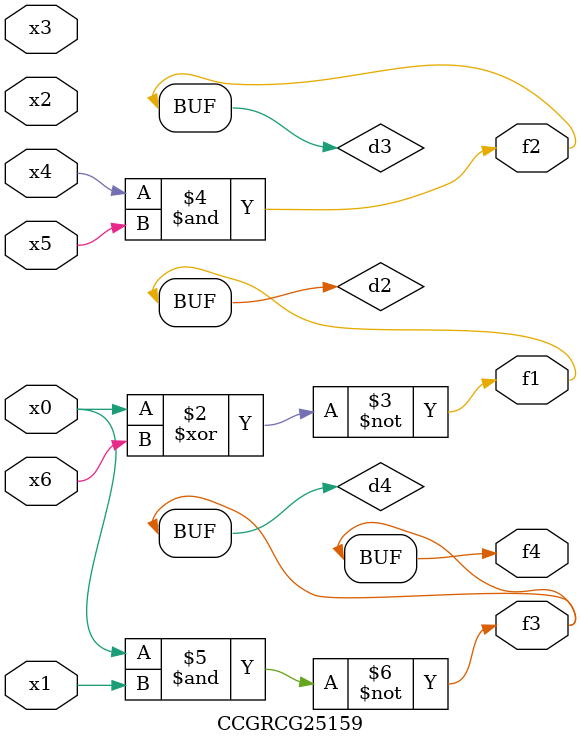
<source format=v>
module CCGRCG25159(
	input x0, x1, x2, x3, x4, x5, x6,
	output f1, f2, f3, f4
);

	wire d1, d2, d3, d4;

	nor (d1, x0);
	xnor (d2, x0, x6);
	and (d3, x4, x5);
	nand (d4, x0, x1);
	assign f1 = d2;
	assign f2 = d3;
	assign f3 = d4;
	assign f4 = d4;
endmodule

</source>
